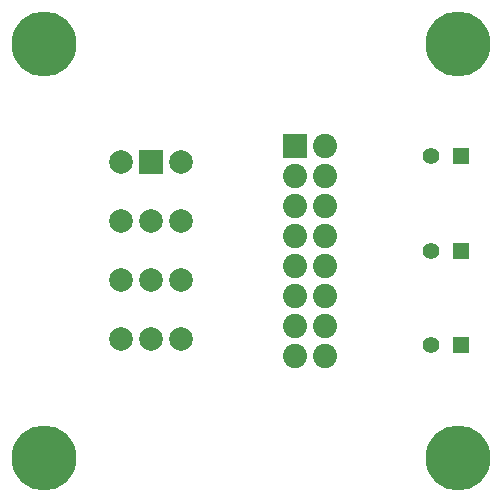
<source format=gts>
%FSLAX33Y33*%
%MOMM*%
%AMRect-W1400000-H1400000-RO1.000*
21,1,1.4,1.4,0.,0.,180*%
%ADD10C,5.5*%
%ADD11C,2.*%
%ADD12C,1.4*%
%ADD13Rect-W1400000-H1400000-RO1.000*%
%ADD14R,2.X2.*%
%ADD15R,2.049999X2.049999*%
%ADD16C,2.049999*%
D10*
%LNtop solder mask_traces*%
%LNtop solder mask component 6e477e811df8e32e*%
G01*
X40000Y5000D03*
%LNtop solder mask component 8aa19a9a475ab06d*%
D11*
X11460Y25000D03*
X16540Y25000D03*
%LNtop solder mask component 42d088f49832dd14*%
D12*
X37730Y30500D03*
D13*
X40270Y30500D03*
%LNtop solder mask component f3f5b781052c70a8*%
D10*
X40000Y40000D03*
%LNtop solder mask component 066798f312f84cc6*%
D12*
X37730Y22500D03*
D13*
X40270Y22500D03*
%LNtop solder mask component 8aa9dbe17b2694dd*%
D14*
X14000Y30000D03*
D11*
X14000Y25000D03*
X14000Y20000D03*
X14000Y15000D03*
%LNtop solder mask component b5b3b87ae0d53d4d*%
D10*
X5000Y40000D03*
%LNtop solder mask component 10c16d8175be8e60*%
X5000Y5000D03*
%LNtop solder mask component 02f0c27996d92107*%
D12*
X37730Y14500D03*
D13*
X40270Y14500D03*
%LNtop solder mask component eaa60ad4603cc8b7*%
D11*
X11460Y20000D03*
X16540Y20000D03*
%LNtop solder mask component c63f2cfbf6a36a1e*%
X11460Y15000D03*
X16540Y15000D03*
%LNtop solder mask component a6d66b3445016952*%
X11460Y30000D03*
X16540Y30000D03*
%LNtop solder mask component 41c15735770252ef*%
D15*
X26230Y31390D03*
D16*
X26230Y28850D03*
X26230Y26310D03*
X26230Y23770D03*
X26230Y21230D03*
X26230Y18690D03*
X26230Y16150D03*
X26230Y13610D03*
X28770Y31390D03*
X28770Y28850D03*
X28770Y26310D03*
X28770Y23770D03*
X28770Y21230D03*
X28770Y18690D03*
X28770Y16150D03*
X28770Y13610D03*
M02*
</source>
